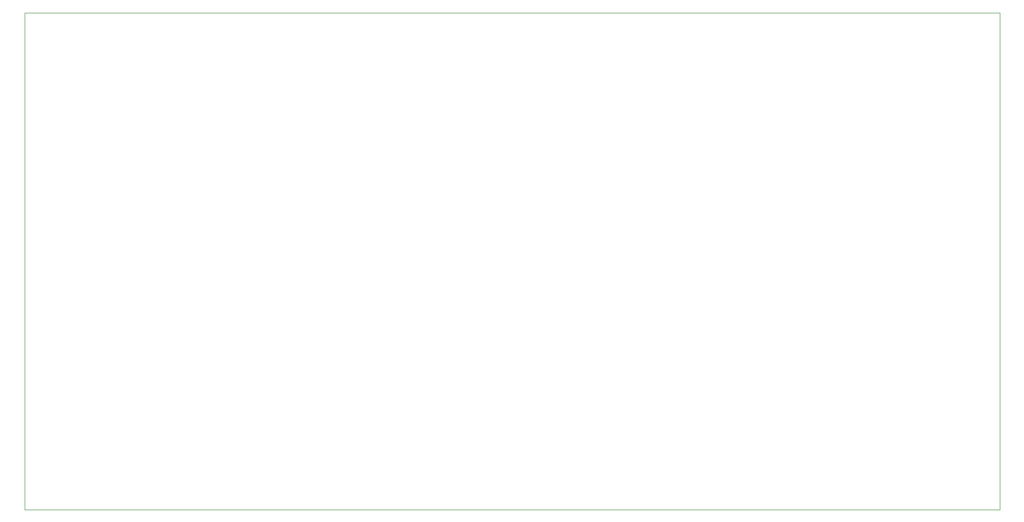
<source format=gbr>
%TF.GenerationSoftware,KiCad,Pcbnew,8.0.1*%
%TF.CreationDate,2024-04-03T15:50:24+05:30*%
%TF.ProjectId,FinalCircuit,46696e61-6c43-4697-9263-7569742e6b69,rev?*%
%TF.SameCoordinates,Original*%
%TF.FileFunction,Profile,NP*%
%FSLAX46Y46*%
G04 Gerber Fmt 4.6, Leading zero omitted, Abs format (unit mm)*
G04 Created by KiCad (PCBNEW 8.0.1) date 2024-04-03 15:50:24*
%MOMM*%
%LPD*%
G01*
G04 APERTURE LIST*
%TA.AperFunction,Profile*%
%ADD10C,0.050000*%
%TD*%
G04 APERTURE END LIST*
D10*
X88900000Y-30536000D02*
X256222000Y-30536000D01*
X256222000Y-115776000D01*
X88900000Y-115776000D01*
X88900000Y-30536000D01*
M02*

</source>
